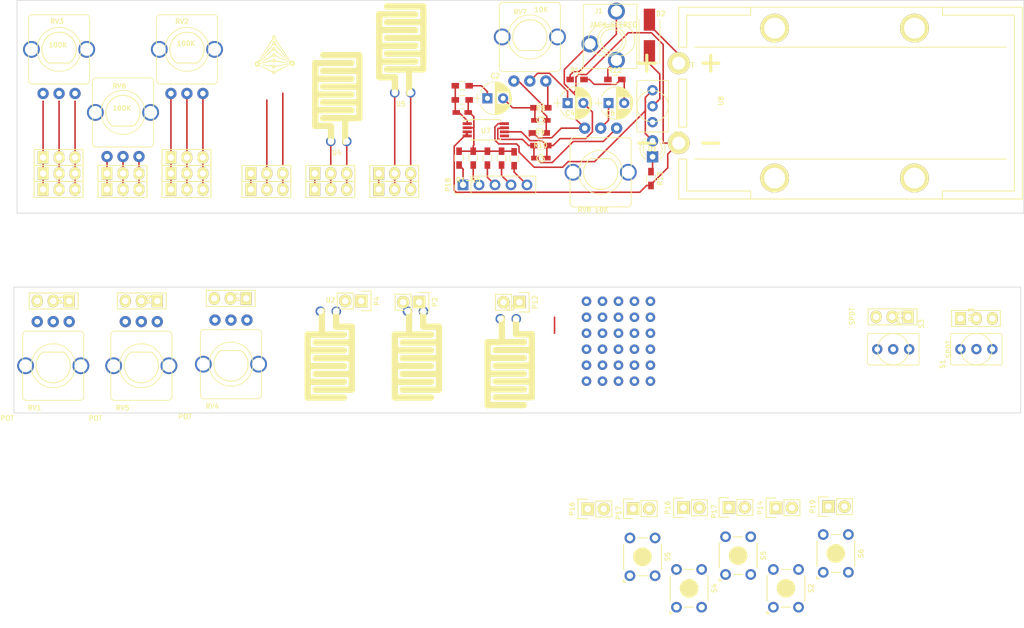
<source format=kicad_pcb>
(kicad_pcb (version 4) (host pcbnew 4.0.4-stable)
  (layers (0 F.Cu signal) (31 B.Cu signal) (34 B.Paste user) (35 F.Paste user) (36 B.SilkS user) (37 F.SilkS user) (38 B.Mask user) (39 F.Mask user) (44 Edge.Cuts user))
  (net 0 "")
  (net 1 "Net-(C1-Pad1)")
  (net 2 "Net-(C1-Pad2)")
  (net 3 "Net-(C3-Pad1)")
  (net 4 "Net-(C2-Pad-)")
  (net 5 "Net-(C5-Pad1)")
  (net 6 "Net-(C4-Pad-)")
  (net 7 "Net-(D1-Pad1)")
  (net 8 VCC)
  (net 9 "Net-(D2-Pad2)")
  (net 10 "Net-(D2-Pad1)")
  (net 11 GND)
  (net 12 MIXOUTA)
  (net 13 MIXOUTB)
  (net 14 "Net-(P1-Pad1)")
  (net 15 "Net-(P1-Pad2)")
  (net 16 "Net-(P1-Pad3)")
  (net 17 "Net-(P2-Pad1)")
  (net 18 "Net-(P2-Pad2)")
  (net 19 "Net-(P3-Pad1)")
  (net 20 "Net-(P3-Pad2)")
  (net 21 "Net-(P3-Pad3)")
  (net 22 "Net-(P4-Pad1)")
  (net 23 "Net-(P4-Pad2)")
  (net 24 "Net-(P5-Pad1)")
  (net 25 "Net-(P5-Pad2)")
  (net 26 "Net-(P5-Pad3)")
  (net 27 "Net-(P6-Pad2)")
  (net 28 "Net-(P7-Pad1)")
  (net 29 "Net-(P7-Pad2)")
  (net 30 "Net-(P7-Pad3)")
  (net 31 "Net-(P8-Pad1)")
  (net 32 "Net-(P8-Pad2)")
  (net 33 "Net-(P9-Pad1)")
  (net 34 "Net-(P9-Pad2)")
  (net 35 "Net-(P9-Pad3)")
  (net 36 "Net-(P10-Pad1)")
  (net 37 "Net-(P10-Pad2)")
  (net 38 "Net-(P11-Pad1)")
  (net 39 "Net-(P11-Pad2)")
  (net 40 "Net-(P11-Pad3)")
  (net 41 "Net-(P12-Pad1)")
  (net 42 "Net-(P12-Pad2)")
  (net 43 "Net-(P13-Pad1)")
  (net 44 "Net-(P13-Pad2)")
  (net 45 "Net-(P13-Pad3)")
  (net 46 "Net-(P14-Pad1)")
  (net 47 "Net-(P14-Pad2)")
  (net 48 "Net-(P15-Pad1)")
  (net 49 "Net-(P15-Pad2)")
  (net 50 "Net-(P15-Pad3)")
  (net 51 "Net-(P16-Pad1)")
  (net 52 "Net-(P16-Pad2)")
  (net 53 "Net-(P17-Pad1)")
  (net 54 "Net-(P17-Pad2)")
  (net 55 MIX5)
  (net 56 MIX4)
  (net 57 MIX3)
  (net 58 MIX2)
  (net 59 MIX1)
  (net 60 "Net-(P19-Pad1)")
  (net 61 "Net-(P19-Pad2)")
  (net 62 "Net-(C2-Pad+)")
  (net 63 "Net-(R8-Pad1)")
  (net 64 "Net-(C6-Pad-)")
  (net 65 "Net-(C4-Pad+)")
  (net 66 "Net-(C6-Pad+)")
  (net 67 "Net-(S7-Pad1)")
  (module 4ms-footprints:Pin_Header_Straight_1x03 (layer F.Cu) (at 157.48 106.68 90)
    (fp_text reference P11 hide)
    (fp_text value CONN_01X03 hide)
    (pad 1 thru_hole rect (at 0 0 90) (size 2.032 1.7272) (drill 1.016) (layers *.Cu *.Mask F.SilkS) (net 38 "Net-(P11-Pad1)"))
    (pad 2 thru_hole oval (at 0 2.54 90) (size 2.032 1.7272) (drill 1.016) (layers *.Cu *.Mask F.SilkS) (net 39 "Net-(P11-Pad2)"))
    (pad 3 thru_hole oval (at 0 5.08 90) (size 2.032 1.7272) (drill 1.016) (layers *.Cu *.Mask F.SilkS) (net 40 "Net-(P11-Pad3)"))
  )
  (module 4ms-footprints:Pin_Header_Straight_1x03 (layer F.Cu) (at 157.48 109.22 90)
    (fp_text reference P11 hide)
    (fp_text value CONN_01X03 hide)
    (pad 1 thru_hole rect (at 0 0 90) (size 2.032 1.7272) (drill 1.016) (layers *.Cu *.Mask F.SilkS) (net 38 "Net-(P11-Pad1)"))
    (pad 2 thru_hole oval (at 0 2.54 90) (size 2.032 1.7272) (drill 1.016) (layers *.Cu *.Mask F.SilkS) (net 39 "Net-(P11-Pad2)"))
    (pad 3 thru_hole oval (at 0 5.08 90) (size 2.032 1.7272) (drill 1.016) (layers *.Cu *.Mask F.SilkS) (net 40 "Net-(P11-Pad3)"))
  )
  (module 4ms-footprints:Pin_Header_Straight_1x03 (layer F.Cu) (at 147.32 106.68 90)
    (fp_text reference P11 hide)
    (fp_text value CONN_01X03 hide)
    (pad 1 thru_hole rect (at 0 0 90) (size 2.032 1.7272) (drill 1.016) (layers *.Cu *.Mask F.SilkS) (net 38 "Net-(P11-Pad1)"))
    (pad 2 thru_hole oval (at 0 2.54 90) (size 2.032 1.7272) (drill 1.016) (layers *.Cu *.Mask F.SilkS) (net 39 "Net-(P11-Pad2)"))
    (pad 3 thru_hole oval (at 0 5.08 90) (size 2.032 1.7272) (drill 1.016) (layers *.Cu *.Mask F.SilkS) (net 40 "Net-(P11-Pad3)"))
  )
  (module 4ms-footprints:Pin_Header_Straight_1x03 (layer F.Cu) (at 147.32 109.22 90)
    (fp_text reference P11 hide)
    (fp_text value CONN_01X03 hide)
    (pad 1 thru_hole rect (at 0 0 90) (size 2.032 1.7272) (drill 1.016) (layers *.Cu *.Mask F.SilkS) (net 38 "Net-(P11-Pad1)"))
    (pad 2 thru_hole oval (at 0 2.54 90) (size 2.032 1.7272) (drill 1.016) (layers *.Cu *.Mask F.SilkS) (net 39 "Net-(P11-Pad2)"))
    (pad 3 thru_hole oval (at 0 5.08 90) (size 2.032 1.7272) (drill 1.016) (layers *.Cu *.Mask F.SilkS) (net 40 "Net-(P11-Pad3)"))
  )
  (module 4ms-footprints:Pin_Header_Straight_1x03 (layer F.Cu) (at 137.16 109.22 90)
    (fp_text reference P11 hide)
    (fp_text value CONN_01X03 hide)
    (pad 1 thru_hole rect (at 0 0 90) (size 2.032 1.7272) (drill 1.016) (layers *.Cu *.Mask F.SilkS) (net 38 "Net-(P11-Pad1)"))
    (pad 2 thru_hole oval (at 0 2.54 90) (size 2.032 1.7272) (drill 1.016) (layers *.Cu *.Mask F.SilkS) (net 39 "Net-(P11-Pad2)"))
    (pad 3 thru_hole oval (at 0 5.08 90) (size 2.032 1.7272) (drill 1.016) (layers *.Cu *.Mask F.SilkS) (net 40 "Net-(P11-Pad3)"))
  )
  (module 4ms-footprints:Pin_Header_Straight_1x03 (layer F.Cu) (at 137.16 106.68 90)
    (fp_text reference P11 hide)
    (fp_text value CONN_01X03 hide)
    (pad 1 thru_hole rect (at 0 0 90) (size 2.032 1.7272) (drill 1.016) (layers *.Cu *.Mask F.SilkS) (net 38 "Net-(P11-Pad1)"))
    (pad 2 thru_hole oval (at 0 2.54 90) (size 2.032 1.7272) (drill 1.016) (layers *.Cu *.Mask F.SilkS) (net 39 "Net-(P11-Pad2)"))
    (pad 3 thru_hole oval (at 0 5.08 90) (size 2.032 1.7272) (drill 1.016) (layers *.Cu *.Mask F.SilkS) (net 40 "Net-(P11-Pad3)"))
  )
  (module 4ms-footprints:Pin_Header_Straight_1x03 (layer F.Cu) (at 104.14 106.68 90)
    (fp_text reference P3 hide)
    (fp_text value CONN_01X03 hide)
    (pad 1 thru_hole rect (at 0 0 90) (size 2.032 1.7272) (drill 1.016) (layers *.Cu *.Mask F.SilkS) (net 19 "Net-(P3-Pad1)"))
    (pad 2 thru_hole oval (at 0 2.54 90) (size 2.032 1.7272) (drill 1.016) (layers *.Cu *.Mask F.SilkS) (net 20 "Net-(P3-Pad2)"))
    (pad 3 thru_hole oval (at 0 5.08 90) (size 2.032 1.7272) (drill 1.016) (layers *.Cu *.Mask F.SilkS) (net 21 "Net-(P3-Pad3)"))
  )
  (module 4ms-footprints:Pin_Header_Straight_1x03 (layer F.Cu) (at 104.14 104.14 90)
    (fp_text reference P3 hide)
    (fp_text value CONN_01X03 hide)
    (pad 1 thru_hole rect (at 0 0 90) (size 2.032 1.7272) (drill 1.016) (layers *.Cu *.Mask F.SilkS) (net 19 "Net-(P3-Pad1)"))
    (pad 2 thru_hole oval (at 0 2.54 90) (size 2.032 1.7272) (drill 1.016) (layers *.Cu *.Mask F.SilkS) (net 20 "Net-(P3-Pad2)"))
    (pad 3 thru_hole oval (at 0 5.08 90) (size 2.032 1.7272) (drill 1.016) (layers *.Cu *.Mask F.SilkS) (net 21 "Net-(P3-Pad3)"))
  )
  (module 4ms-footprints:Pin_Header_Straight_1x03 (layer F.Cu) (at 104.14 109.22 90)
    (fp_text reference P3 hide)
    (fp_text value CONN_01X03 hide)
    (pad 1 thru_hole rect (at 0 0 90) (size 2.032 1.7272) (drill 1.016) (layers *.Cu *.Mask F.SilkS) (net 19 "Net-(P3-Pad1)"))
    (pad 2 thru_hole oval (at 0 2.54 90) (size 2.032 1.7272) (drill 1.016) (layers *.Cu *.Mask F.SilkS) (net 20 "Net-(P3-Pad2)"))
    (pad 3 thru_hole oval (at 0 5.08 90) (size 2.032 1.7272) (drill 1.016) (layers *.Cu *.Mask F.SilkS) (net 21 "Net-(P3-Pad3)"))
  )
  (module 4ms-footprints:Pin_Header_Straight_1x03 (layer F.Cu) (at 124.46 104.14 90)
    (fp_text reference P3 hide)
    (fp_text value CONN_01X03 hide)
    (pad 1 thru_hole rect (at 0 0 90) (size 2.032 1.7272) (drill 1.016) (layers *.Cu *.Mask F.SilkS) (net 19 "Net-(P3-Pad1)"))
    (pad 2 thru_hole oval (at 0 2.54 90) (size 2.032 1.7272) (drill 1.016) (layers *.Cu *.Mask F.SilkS) (net 20 "Net-(P3-Pad2)"))
    (pad 3 thru_hole oval (at 0 5.08 90) (size 2.032 1.7272) (drill 1.016) (layers *.Cu *.Mask F.SilkS) (net 21 "Net-(P3-Pad3)"))
  )
  (module 4ms-footprints:Pin_Header_Straight_1x03 (layer F.Cu) (at 124.46 106.68 90)
    (fp_text reference P3 hide)
    (fp_text value CONN_01X03 hide)
    (pad 1 thru_hole rect (at 0 0 90) (size 2.032 1.7272) (drill 1.016) (layers *.Cu *.Mask F.SilkS) (net 19 "Net-(P3-Pad1)"))
    (pad 2 thru_hole oval (at 0 2.54 90) (size 2.032 1.7272) (drill 1.016) (layers *.Cu *.Mask F.SilkS) (net 20 "Net-(P3-Pad2)"))
    (pad 3 thru_hole oval (at 0 5.08 90) (size 2.032 1.7272) (drill 1.016) (layers *.Cu *.Mask F.SilkS) (net 21 "Net-(P3-Pad3)"))
  )
  (module 4ms-footprints:Pin_Header_Straight_1x03 (layer F.Cu) (at 124.46 109.22 90)
    (fp_text reference P3 hide)
    (fp_text value CONN_01X03 hide)
    (pad 1 thru_hole rect (at 0 0 90) (size 2.032 1.7272) (drill 1.016) (layers *.Cu *.Mask F.SilkS) (net 19 "Net-(P3-Pad1)"))
    (pad 2 thru_hole oval (at 0 2.54 90) (size 2.032 1.7272) (drill 1.016) (layers *.Cu *.Mask F.SilkS) (net 20 "Net-(P3-Pad2)"))
    (pad 3 thru_hole oval (at 0 5.08 90) (size 2.032 1.7272) (drill 1.016) (layers *.Cu *.Mask F.SilkS) (net 21 "Net-(P3-Pad3)"))
  )
  (module 4ms-footprints:Pin_Header_Straight_1x03 (layer F.Cu) (at 114.3 109.22 90)
    (fp_text reference P11 hide)
    (fp_text value CONN_01X03 hide)
    (pad 1 thru_hole rect (at 0 0 90) (size 2.032 1.7272) (drill 1.016) (layers *.Cu *.Mask F.SilkS) (net 38 "Net-(P11-Pad1)"))
    (pad 2 thru_hole oval (at 0 2.54 90) (size 2.032 1.7272) (drill 1.016) (layers *.Cu *.Mask F.SilkS) (net 39 "Net-(P11-Pad2)"))
    (pad 3 thru_hole oval (at 0 5.08 90) (size 2.032 1.7272) (drill 1.016) (layers *.Cu *.Mask F.SilkS) (net 40 "Net-(P11-Pad3)"))
  )
  (module EtherkitKicadLibrary:Pin_Header_Straight_1x02 (layer F.Cu) (at 190.69998 160.00962 90)
    (fp_text reference P16 (at 0 -2.5 90) (layer F.SilkS) (effects (font (size 0.762 0.762))))
    (fp_text value CONN_01X02 hide)
    (pad 1 thru_hole rect (at 0 0 90) (size 2 2) (drill 1) (layers *.Cu *.Mask F.SilkS) (net 51 "Net-(P16-Pad1)"))
    (pad 2 thru_hole circle (at 0 2.54 90) (size 2 2) (drill 1) (layers *.Cu *.Mask F.SilkS) (net 52 "Net-(P16-Pad2)"))
  )
  (module EtherkitKicadLibrary:Pin_Header_Straight_1x02 (layer F.Cu) (at 197.92404 159.9639 90)
    (fp_text reference P17 (at -0.6561 -2.32404 90) (layer F.SilkS) (effects (font (size 0.762 0.762))))
    (fp_text value CONN_01X02 hide)
    (pad 1 thru_hole rect (at 0 0 90) (size 2 2) (drill 1) (layers *.Cu *.Mask F.SilkS) (net 53 "Net-(P17-Pad1)"))
    (pad 2 thru_hole circle (at 0 2.54 90) (size 2 2) (drill 1) (layers *.Cu *.Mask F.SilkS) (net 54 "Net-(P17-Pad2)"))
  )
  (module Buttons_Switches_ThroughHole:SW_TH_Tactile_Omron_B3F-10xx (layer F.Cu) (at 197.4 170.62 90)
    (fp_text reference S5 (at 3 6 90) (layer F.SilkS) (effects (font (size 0.762 0.762))))
    (fp_text value PUSHBUTTON_TACTILE)
    (pad 4 thru_hole circle (at 6 4 90) (size 1.7 1.7) (drill 1) (layers *.Cu *.Mask) (net 54 "Net-(P17-Pad2)"))
    (pad 3 thru_hole circle (at 0 4 90) (size 1.7 1.7) (drill 1) (layers *.Cu *.Mask) (net 54 "Net-(P17-Pad2)"))
    (pad 2 thru_hole circle (at 6 0 90) (size 1.7 1.7) (drill 1) (layers *.Cu *.Mask) (net 53 "Net-(P17-Pad1)"))
    (pad 1 thru_hole circle (at 0 0 90) (size 1.7 1.7) (drill 1) (layers *.Cu *.Mask) (net 53 "Net-(P17-Pad1)"))
  )
  (module LEDs:LED_D3.0mm (layer F.Cu) (at 201 104.04 90)
    (fp_text reference D1 (at 1.27 0 180) (layer F.SilkS) (effects (font (size 0.762 0.762))))
    (fp_text value LED)
    (pad 1 thru_hole rect (at 0 0 90) (size 1.8 1.8) (drill 0.9) (layers *.Cu *.Mask) (net 7 "Net-(D1-Pad1)"))
    (pad 2 thru_hole circle (at 2.54 0 90) (size 1.8 1.8) (drill 0.9) (layers *.Cu *.Mask) (net 8 VCC))
  )
  (module "malekko main:J355W" (layer F.Cu) (at 194.5 85.5)
    (fp_text reference J1 (at -2.8 -4.2) (layer F.SilkS) (effects (font (size 0.762 0.762)) (justify left bottom)))
    (fp_text value JACK_STEREO (at -3.6 -2) (layer F.SilkS) (effects (font (size 0.762 0.762)) (justify left bottom)))
    (pad 1 thru_hole circle (at -3.45 0.6 180) (size 2.7 2.7) (drill 1.8) (layers *.Cu *.Mask) (net 11 GND))
    (pad 2 thru_hole circle (at 0.75 -4.6 180) (size 2.7 2.7) (drill 1.8) (layers *.Cu *.Mask) (net 12 MIXOUTA))
    (pad 3 thru_hole circle (at 0.75 3.2 180) (size 2.7 2.7) (drill 1.8) (layers *.Cu *.Mask) (net 13 MIXOUTB))
  )
  (module 4ms-footprints:Pin_Header_Straight_1x03 (layer F.Cu) (at 108.29 126.95 270)
    (fp_text reference P1 (at -0.2286 1.2446 270) (layer F.SilkS) (effects (font (size 0.762 0.762))))
    (fp_text value CONN_01X03)
    (pad 1 thru_hole rect (at 0 0 270) (size 2.032 1.7272) (drill 1.016) (layers *.Cu *.Mask F.SilkS) (net 14 "Net-(P1-Pad1)"))
    (pad 2 thru_hole oval (at 0 2.54 270) (size 2.032 1.7272) (drill 1.016) (layers *.Cu *.Mask F.SilkS) (net 15 "Net-(P1-Pad2)"))
    (pad 3 thru_hole oval (at 0 5.08 270) (size 2.032 1.7272) (drill 1.016) (layers *.Cu *.Mask F.SilkS) (net 16 "Net-(P1-Pad3)"))
  )
  (module EtherkitKicadLibrary:Pin_Header_Straight_1x02 (layer F.Cu) (at 163.9 127.15 270)
    (fp_text reference P2 (at 0 -2.5 270) (layer F.SilkS) (effects (font (size 0.762 0.762))))
    (fp_text value CONN_01X02 hide)
    (pad 1 thru_hole rect (at 0 0 270) (size 2 2) (drill 1) (layers *.Cu *.Mask F.SilkS) (net 17 "Net-(P2-Pad1)"))
    (pad 2 thru_hole circle (at 0 2.54 270) (size 2 2) (drill 1) (layers *.Cu *.Mask F.SilkS) (net 18 "Net-(P2-Pad2)"))
  )
  (module EtherkitKicadLibrary:Pin_Header_Straight_1x02 (layer F.Cu) (at 154.7 126.95 270)
    (fp_text reference P4 (at 0 -2.5 270) (layer F.SilkS) (effects (font (size 0.762 0.762))))
    (fp_text value CONN_01X02 hide)
    (pad 1 thru_hole rect (at 0 0 270) (size 2 2) (drill 1) (layers *.Cu *.Mask F.SilkS) (net 22 "Net-(P4-Pad1)"))
    (pad 2 thru_hole circle (at 0 2.54 270) (size 2 2) (drill 1) (layers *.Cu *.Mask F.SilkS) (net 23 "Net-(P4-Pad2)"))
  )
  (module 4ms-footprints:Pin_Header_Straight_1x03 (layer F.Cu) (at 136.43 126.55 270)
    (fp_text reference P7 (at -0.2286 1.2446 270) (layer F.SilkS) (effects (font (size 0.762 0.762))))
    (fp_text value CONN_01X03)
    (pad 1 thru_hole rect (at 0 0 270) (size 2.032 1.7272) (drill 1.016) (layers *.Cu *.Mask F.SilkS) (net 28 "Net-(P7-Pad1)"))
    (pad 2 thru_hole oval (at 0 2.54 270) (size 2.032 1.7272) (drill 1.016) (layers *.Cu *.Mask F.SilkS) (net 29 "Net-(P7-Pad2)"))
    (pad 3 thru_hole oval (at 0 5.08 270) (size 2.032 1.7272) (drill 1.016) (layers *.Cu *.Mask F.SilkS) (net 30 "Net-(P7-Pad3)"))
  )
  (module 4ms-footprints:Pin_Header_Straight_1x03 (layer F.Cu) (at 122.29 126.95 270)
    (fp_text reference P9 (at -0.2286 1.2446 270) (layer F.SilkS) (effects (font (size 0.762 0.762))))
    (fp_text value CONN_01X03)
    (pad 1 thru_hole rect (at 0 0 270) (size 2.032 1.7272) (drill 1.016) (layers *.Cu *.Mask F.SilkS) (net 33 "Net-(P9-Pad1)"))
    (pad 2 thru_hole oval (at 0 2.54 270) (size 2.032 1.7272) (drill 1.016) (layers *.Cu *.Mask F.SilkS) (net 34 "Net-(P9-Pad2)"))
    (pad 3 thru_hole oval (at 0 5.08 270) (size 2.032 1.7272) (drill 1.016) (layers *.Cu *.Mask F.SilkS) (net 35 "Net-(P9-Pad3)"))
  )
  (module 4ms-footprints:Pin_Header_Straight_1x03 (layer F.Cu) (at 114.3 106.68 90)
    (fp_text reference P11 hide)
    (fp_text value CONN_01X03 hide)
    (pad 1 thru_hole rect (at 0 0 90) (size 2.032 1.7272) (drill 1.016) (layers *.Cu *.Mask F.SilkS) (net 38 "Net-(P11-Pad1)"))
    (pad 2 thru_hole oval (at 0 2.54 90) (size 2.032 1.7272) (drill 1.016) (layers *.Cu *.Mask F.SilkS) (net 39 "Net-(P11-Pad2)"))
    (pad 3 thru_hole oval (at 0 5.08 90) (size 2.032 1.7272) (drill 1.016) (layers *.Cu *.Mask F.SilkS) (net 40 "Net-(P11-Pad3)"))
  )
  (module EtherkitKicadLibrary:Pin_Header_Straight_1x02 (layer F.Cu) (at 179.84 127.15 270)
    (fp_text reference P12 (at 0 -2.5 270) (layer F.SilkS) (effects (font (size 0.762 0.762))))
    (fp_text value CONN_01X02 hide)
    (pad 1 thru_hole rect (at 0 0 270) (size 2 2) (drill 1) (layers *.Cu *.Mask F.SilkS) (net 41 "Net-(P12-Pad1)"))
    (pad 2 thru_hole circle (at 0 2.54 270) (size 2 2) (drill 1) (layers *.Cu *.Mask F.SilkS) (net 42 "Net-(P12-Pad2)"))
  )
  (module 4ms-footprints:Pin_Header_Straight_1x03 (layer F.Cu) (at 249.92782 129.73216 90)
    (fp_text reference P13 (at 0.57912 1.73736 90) (layer F.SilkS) (effects (font (size 0.762 0.762))))
    (fp_text value CONN_01X03)
    (pad 1 thru_hole rect (at 0 0 90) (size 2.032 1.7272) (drill 1.016) (layers *.Cu *.Mask F.SilkS) (net 43 "Net-(P13-Pad1)"))
    (pad 2 thru_hole oval (at 0 2.54 90) (size 2.032 1.7272) (drill 1.016) (layers *.Cu *.Mask F.SilkS) (net 44 "Net-(P13-Pad2)"))
    (pad 3 thru_hole oval (at 0 5.08 90) (size 2.032 1.7272) (drill 1.016) (layers *.Cu *.Mask F.SilkS) (net 45 "Net-(P13-Pad3)"))
  )
  (module EtherkitKicadLibrary:Pin_Header_Straight_1x02 (layer F.Cu) (at 220.6 159.82 90)
    (fp_text reference P14 (at 0 -2.5 90) (layer F.SilkS) (effects (font (size 0.762 0.762))))
    (fp_text value CONN_01X02 hide)
    (pad 1 thru_hole rect (at 0 0 90) (size 2 2) (drill 1) (layers *.Cu *.Mask F.SilkS) (net 46 "Net-(P14-Pad1)"))
    (pad 2 thru_hole circle (at 0 2.54 90) (size 2 2) (drill 1) (layers *.Cu *.Mask F.SilkS) (net 47 "Net-(P14-Pad2)"))
  )
  (module 4ms-footprints:Pin_Header_Straight_1x03 (layer F.Cu) (at 241.61638 129.47496 270)
    (fp_text reference P15 (at 0.16002 1.3589 270) (layer F.SilkS) (effects (font (size 0.762 0.762))))
    (fp_text value CONN_01X03)
    (pad 1 thru_hole rect (at 0 0 270) (size 2.032 1.7272) (drill 1.016) (layers *.Cu *.Mask F.SilkS) (net 48 "Net-(P15-Pad1)"))
    (pad 2 thru_hole oval (at 0 2.54 270) (size 2.032 1.7272) (drill 1.016) (layers *.Cu *.Mask F.SilkS) (net 49 "Net-(P15-Pad2)"))
    (pad 3 thru_hole oval (at 0 5.08 270) (size 2.032 1.7272) (drill 1.016) (layers *.Cu *.Mask F.SilkS) (net 50 "Net-(P15-Pad3)"))
  )
  (module EtherkitKicadLibrary:Pin_Header_Straight_1x02 (layer F.Cu) (at 205.89998 159.80962 90)
    (fp_text reference P16 (at 0 -2.5 90) (layer F.SilkS) (effects (font (size 0.762 0.762))))
    (fp_text value CONN_01X02 hide)
    (pad 1 thru_hole rect (at 0 0 90) (size 2 2) (drill 1) (layers *.Cu *.Mask F.SilkS) (net 51 "Net-(P16-Pad1)"))
    (pad 2 thru_hole circle (at 0 2.54 90) (size 2 2) (drill 1) (layers *.Cu *.Mask F.SilkS) (net 52 "Net-(P16-Pad2)"))
  )
  (module EtherkitKicadLibrary:Pin_Header_Straight_1x02 (layer F.Cu) (at 213.12404 159.7639 90)
    (fp_text reference P17 (at -0.6561 -2.32404 90) (layer F.SilkS) (effects (font (size 0.762 0.762))))
    (fp_text value CONN_01X02 hide)
    (pad 1 thru_hole rect (at 0 0 90) (size 2 2) (drill 1) (layers *.Cu *.Mask F.SilkS) (net 53 "Net-(P17-Pad1)"))
    (pad 2 thru_hole circle (at 0 2.54 90) (size 2 2) (drill 1) (layers *.Cu *.Mask F.SilkS) (net 54 "Net-(P17-Pad2)"))
  )
  (module Pin_Headers:Pin_Header_Straight_1x05_Pitch2.54mm (layer F.Cu) (at 170.88 108.5 90)
    (fp_text reference P18 (at 0 -2.39 90) (layer F.SilkS) (effects (font (size 0.762 0.762))))
    (fp_text value MIX_IN)
    (pad 1 thru_hole rect (at 0 0 90) (size 1.7 1.7) (drill 1) (layers *.Cu *.Mask) (net 55 MIX5))
    (pad 2 thru_hole oval (at 0 2.54 90) (size 1.7 1.7) (drill 1) (layers *.Cu *.Mask) (net 56 MIX4))
    (pad 3 thru_hole oval (at 0 5.08 90) (size 1.7 1.7) (drill 1) (layers *.Cu *.Mask) (net 57 MIX3))
    (pad 4 thru_hole oval (at 0 7.62 90) (size 1.7 1.7) (drill 1) (layers *.Cu *.Mask) (net 58 MIX2))
    (pad 5 thru_hole oval (at 0 10.16 90) (size 1.7 1.7) (drill 1) (layers *.Cu *.Mask) (net 59 MIX1))
  )
  (module EtherkitKicadLibrary:Pin_Header_Straight_1x02 (layer F.Cu) (at 228.9552 159.63446 90)
    (fp_text reference P19 (at 0 -2.5 90) (layer F.SilkS) (effects (font (size 0.762 0.762))))
    (fp_text value CONN_01X02 hide)
    (pad 1 thru_hole rect (at 0 0 90) (size 2 2) (drill 1) (layers *.Cu *.Mask F.SilkS) (net 60 "Net-(P19-Pad1)"))
    (pad 2 thru_hole circle (at 0 2.54 90) (size 2 2) (drill 1) (layers *.Cu *.Mask F.SilkS) (net 61 "Net-(P19-Pad2)"))
  )
  (module 4ms-footprints:POT-9MM-ALPHA (layer F.Cu) (at 105.75 137.25)
    (fp_text reference RV1 (at -4.1402 7.1374) (layer F.SilkS) (effects (font (size 0.762 0.762)) (justify left bottom)))
    (fp_text value POT (at -8.4582 8.7884) (layer F.SilkS) (effects (font (size 0.762 0.762)) (justify left bottom)))
    (pad 3 thru_hole circle (at -2.540163 -7.012243 270) (size 1.8034 1.8034) (drill 0.889) (layers *.Cu *.Mask) (net 16 "Net-(P1-Pad3)"))
    (pad 2 thru_hole circle (at -0.000163 -7.012243 270) (size 1.8034 1.8034) (drill 0.889) (layers *.Cu *.Mask) (net 15 "Net-(P1-Pad2)"))
    (pad 1 thru_hole circle (at 2.539837 -7.012243 270) (size 1.8034 1.8034) (drill 0.889) (layers *.Cu *.Mask) (net 14 "Net-(P1-Pad1)"))
    (pad 4 thru_hole circle (at 4.394037 -0.001843) (size 2.667 2.667) (drill 2.0574) (layers *.Cu *.Mask))
    (pad 5 thru_hole circle (at -4.394363 -0.001843) (size 2.667 2.667) (drill 2.0574) (layers *.Cu *.Mask))
  )
  (module 4ms-footprints:POT-9MM-ALPHA (layer F.Cu) (at 126.999837 86.967757 180)
    (fp_text reference RV2 (at 1.959837 3.987757 180) (layer F.SilkS) (effects (font (size 0.762 0.762)) (justify left bottom)))
    (fp_text value 100K (at 1.709837 0.487757 180) (layer F.SilkS) (effects (font (size 0.762 0.762)) (justify left bottom)))
    (pad 3 thru_hole circle (at -2.540163 -7.012243 90) (size 1.8034 1.8034) (drill 0.889) (layers *.Cu *.Mask) (net 21 "Net-(P3-Pad3)"))
    (pad 2 thru_hole circle (at -0.000163 -7.012243 90) (size 1.8034 1.8034) (drill 0.889) (layers *.Cu *.Mask) (net 20 "Net-(P3-Pad2)"))
    (pad 1 thru_hole circle (at 2.539837 -7.012243 90) (size 1.8034 1.8034) (drill 0.889) (layers *.Cu *.Mask) (net 19 "Net-(P3-Pad1)"))
    (pad 4 thru_hole circle (at 4.394037 -0.001843 180) (size 2.667 2.667) (drill 2.0574) (layers *.Cu *.Mask))
    (pad 5 thru_hole circle (at -4.394363 -0.001843 180) (size 2.667 2.667) (drill 2.0574) (layers *.Cu *.Mask))
  )
  (module 4ms-footprints:POT-9MM-ALPHA (layer F.Cu) (at 106.679837 86.967757 180)
    (fp_text reference RV3 (at 1.5 4 180) (layer F.SilkS) (effects (font (size 0.762 0.762)) (justify left bottom)))
    (fp_text value 100K (at 1.75 0.25 180) (layer F.SilkS) (effects (font (size 0.762 0.762)) (justify left bottom)))
    (pad 3 thru_hole circle (at -2.540163 -7.012243 90) (size 1.8034 1.8034) (drill 0.889) (layers *.Cu *.Mask) (net 26 "Net-(P5-Pad3)"))
    (pad 2 thru_hole circle (at -0.000163 -7.012243 90) (size 1.8034 1.8034) (drill 0.889) (layers *.Cu *.Mask) (net 25 "Net-(P5-Pad2)"))
    (pad 1 thru_hole circle (at 2.539837 -7.012243 90) (size 1.8034 1.8034) (drill 0.889) (layers *.Cu *.Mask) (net 24 "Net-(P5-Pad1)"))
    (pad 4 thru_hole circle (at 4.394037 -0.001843 180) (size 2.667 2.667) (drill 2.0574) (layers *.Cu *.Mask))
    (pad 5 thru_hole circle (at -4.394363 -0.001843 180) (size 2.667 2.667) (drill 2.0574) (layers *.Cu *.Mask))
  )
  (module 4ms-footprints:POT-9MM-ALPHA (layer F.Cu) (at 134 137)
    (fp_text reference RV4 (at -4.1402 7.1374) (layer F.SilkS) (effects (font (size 0.762 0.762)) (justify left bottom)))
    (fp_text value POT (at -8.4582 8.7884) (layer F.SilkS) (effects (font (size 0.762 0.762)) (justify left bottom)))
    (pad 3 thru_hole circle (at -2.540163 -7.012243 270) (size 1.8034 1.8034) (drill 0.889) (layers *.Cu *.Mask) (net 30 "Net-(P7-Pad3)"))
    (pad 2 thru_hole circle (at -0.000163 -7.012243 270) (size 1.8034 1.8034) (drill 0.889) (layers *.Cu *.Mask) (net 29 "Net-(P7-Pad2)"))
    (pad 1 thru_hole circle (at 2.539837 -7.012243 270) (size 1.8034 1.8034) (drill 0.889) (layers *.Cu *.Mask) (net 28 "Net-(P7-Pad1)"))
    (pad 4 thru_hole circle (at 4.394037 -0.001843) (size 2.667 2.667) (drill 2.0574) (layers *.Cu *.Mask))
    (pad 5 thru_hole circle (at -4.394363 -0.001843) (size 2.667 2.667) (drill 2.0574) (layers *.Cu *.Mask))
  )
  (module 4ms-footprints:POT-9MM-ALPHA (layer F.Cu) (at 119.75 137.25)
    (fp_text reference RV5 (at -4.1402 7.1374) (layer F.SilkS) (effects (font (size 0.762 0.762)) (justify left bottom)))
    (fp_text value POT (at -8.4582 8.7884) (layer F.SilkS) (effects (font (size 0.762 0.762)) (justify left bottom)))
    (pad 3 thru_hole circle (at -2.540163 -7.012243 270) (size 1.8034 1.8034) (drill 0.889) (layers *.Cu *.Mask) (net 35 "Net-(P9-Pad3)"))
    (pad 2 thru_hole circle (at -0.000163 -7.012243 270) (size 1.8034 1.8034) (drill 0.889) (layers *.Cu *.Mask) (net 34 "Net-(P9-Pad2)"))
    (pad 1 thru_hole circle (at 2.539837 -7.012243 270) (size 1.8034 1.8034) (drill 0.889) (layers *.Cu *.Mask) (net 33 "Net-(P9-Pad1)"))
    (pad 4 thru_hole circle (at 4.394037 -0.001843) (size 2.667 2.667) (drill 2.0574) (layers *.Cu *.Mask))
    (pad 5 thru_hole circle (at -4.394363 -0.001843) (size 2.667 2.667) (drill 2.0574) (layers *.Cu *.Mask))
  )
  (module 4ms-footprints:POT-9MM-ALPHA (layer F.Cu) (at 116.839837 96.987757 180)
    (fp_text reference RV6 (at 1.75 3.737757 180) (layer F.SilkS) (effects (font (size 0.762 0.762)) (justify left bottom)))
    (fp_text value 100K (at 1.75 0.237757 180) (layer F.SilkS) (effects (font (size 0.762 0.762)) (justify left bottom)))
    (pad 3 thru_hole circle (at -2.540163 -7.012243 90) (size 1.8034 1.8034) (drill 0.889) (layers *.Cu *.Mask) (net 40 "Net-(P11-Pad3)"))
    (pad 2 thru_hole circle (at -0.000163 -7.012243 90) (size 1.8034 1.8034) (drill 0.889) (layers *.Cu *.Mask) (net 39 "Net-(P11-Pad2)"))
    (pad 1 thru_hole circle (at 2.539837 -7.012243 90) (size 1.8034 1.8034) (drill 0.889) (layers *.Cu *.Mask) (net 38 "Net-(P11-Pad1)"))
    (pad 4 thru_hole circle (at 4.394037 -0.001843 180) (size 2.667 2.667) (drill 2.0574) (layers *.Cu *.Mask))
    (pad 5 thru_hole circle (at -4.394363 -0.001843 180) (size 2.667 2.667) (drill 2.0574) (layers *.Cu *.Mask))
  )
  (module 4ms-footprints:POT-9MM-ALPHA (layer F.Cu) (at 181.5 84.987757 180)
    (fp_text reference RV7 (at 2.7 3.487757 180) (layer F.SilkS) (effects (font (size 0.762 0.762)) (justify left bottom)))
    (fp_text value 10K (at -0.6 3.887757 180) (layer F.SilkS) (effects (font (size 0.762 0.762)) (justify left bottom)))
    (pad 3 thru_hole circle (at -2.540163 -7.012243 90) (size 1.8034 1.8034) (drill 0.889) (layers *.Cu *.Mask) (net 63 "Net-(R8-Pad1)"))
    (pad 2 thru_hole circle (at -0.000163 -7.012243 90) (size 1.8034 1.8034) (drill 0.889) (layers *.Cu *.Mask) (net 65 "Net-(C4-Pad+)"))
    (pad 1 thru_hole circle (at 2.539837 -7.012243 90) (size 1.8034 1.8034) (drill 0.889) (layers *.Cu *.Mask) (net 3 "Net-(C3-Pad1)"))
    (pad 4 thru_hole circle (at 4.394037 -0.001843 180) (size 2.667 2.667) (drill 2.0574) (layers *.Cu *.Mask))
    (pad 5 thru_hole circle (at -4.394363 -0.001843 180) (size 2.667 2.667) (drill 2.0574) (layers *.Cu *.Mask))
  )
  (module 4ms-footprints:POT-9MM-ALPHA (layer F.Cu) (at 192.75 106.5)
    (fp_text reference RV8 (at -3.75 6.4) (layer F.SilkS) (effects (font (size 0.762 0.762)) (justify left bottom)))
    (fp_text value 10K (at -1.05 6.4) (layer F.SilkS) (effects (font (size 0.762 0.762)) (justify left bottom)))
    (pad 3 thru_hole circle (at -2.540163 -7.012243 270) (size 1.8034 1.8034) (drill 0.889) (layers *.Cu *.Mask) (net 11 GND))
    (pad 2 thru_hole circle (at -0.000163 -7.012243 270) (size 1.8034 1.8034) (drill 0.889) (layers *.Cu *.Mask) (net 66 "Net-(C6-Pad+)"))
    (pad 1 thru_hole circle (at 2.539837 -7.012243 270) (size 1.8034 1.8034) (drill 0.889) (layers *.Cu *.Mask) (net 5 "Net-(C5-Pad1)"))
    (pad 4 thru_hole circle (at 4.394037 -0.001843) (size 2.667 2.667) (drill 2.0574) (layers *.Cu *.Mask))
    (pad 5 thru_hole circle (at -4.394363 -0.001843) (size 2.667 2.667) (drill 2.0574) (layers *.Cu *.Mask))
  )
  (module 4ms-footprints:SPDT-SUB (layer F.Cu) (at 252.46782 134.60642 90)
    (fp_text reference S1 (at -3.21 -4.92 90) (layer F.SilkS) (effects (font (size 0.762 0.762)) (justify left bottom)))
    (fp_text value SPDT (at -1.54358 -3.96782 90) (layer F.SilkS) (effects (font (size 0.762 0.762)) (justify left bottom)))
    (pad 1 thru_hole circle (at 0 -2.54 90) (size 1.651 1.651) (drill 0.889) (layers *.Cu *.Mask) (net 43 "Net-(P13-Pad1)"))
    (pad 2 thru_hole circle (at 0 0 90) (size 1.651 1.651) (drill 0.889) (layers *.Cu *.Mask) (net 44 "Net-(P13-Pad2)"))
    (pad 3 thru_hole circle (at 0 2.54 90) (size 1.651 1.651) (drill 0.889) (layers *.Cu *.Mask) (net 45 "Net-(P13-Pad3)"))
  )
  (module Buttons_Switches_ThroughHole:SW_TH_Tactile_Omron_B3F-10xx (layer F.Cu) (at 220.2 175.62 90)
    (fp_text reference S2 (at 3 6 90) (layer F.SilkS) (effects (font (size 0.762 0.762))))
    (fp_text value PUSHBUTTON_TACTILE)
    (pad 4 thru_hole circle (at 6 4 90) (size 1.7 1.7) (drill 1) (layers *.Cu *.Mask) (net 47 "Net-(P14-Pad2)"))
    (pad 3 thru_hole circle (at 0 4 90) (size 1.7 1.7) (drill 1) (layers *.Cu *.Mask) (net 47 "Net-(P14-Pad2)"))
    (pad 2 thru_hole circle (at 6 0 90) (size 1.7 1.7) (drill 1) (layers *.Cu *.Mask) (net 46 "Net-(P14-Pad1)"))
    (pad 1 thru_hole circle (at 0 0 90) (size 1.7 1.7) (drill 1) (layers *.Cu *.Mask) (net 46 "Net-(P14-Pad1)"))
  )
  (module 4ms-footprints:SPDT-SUB (layer F.Cu) (at 239.24402 134.62608 270)
    (fp_text reference S3 (at -3.21 -4.92 270) (layer F.SilkS) (effects (font (size 0.762 0.762)) (justify left bottom)))
    (fp_text value SPDT (at -3.71 6.09 270) (layer F.SilkS) (effects (font (size 0.762 0.762)) (justify left bottom)))
    (pad 1 thru_hole circle (at 0 -2.54 270) (size 1.651 1.651) (drill 0.889) (layers *.Cu *.Mask) (net 48 "Net-(P15-Pad1)"))
    (pad 2 thru_hole circle (at 0 0 270) (size 1.651 1.651) (drill 0.889) (layers *.Cu *.Mask) (net 49 "Net-(P15-Pad2)"))
    (pad 3 thru_hole circle (at 0 2.54 270) (size 1.651 1.651) (drill 0.889) (layers *.Cu *.Mask) (net 50 "Net-(P15-Pad3)"))
  )
  (module Buttons_Switches_ThroughHole:SW_TH_Tactile_Omron_B3F-10xx (layer F.Cu) (at 204.8 175.62 90)
    (fp_text reference S4 (at 3 6 90) (layer F.SilkS) (effects (font (size 0.762 0.762))))
    (fp_text value PUSHBUTTON_TACTILE)
    (pad 4 thru_hole circle (at 6 4 90) (size 1.7 1.7) (drill 1) (layers *.Cu *.Mask) (net 52 "Net-(P16-Pad2)"))
    (pad 3 thru_hole circle (at 0 4 90) (size 1.7 1.7) (drill 1) (layers *.Cu *.Mask) (net 52 "Net-(P16-Pad2)"))
    (pad 2 thru_hole circle (at 6 0 90) (size 1.7 1.7) (drill 1) (layers *.Cu *.Mask) (net 51 "Net-(P16-Pad1)"))
    (pad 1 thru_hole circle (at 0 0 90) (size 1.7 1.7) (drill 1) (layers *.Cu *.Mask) (net 51 "Net-(P16-Pad1)"))
  )
  (module Buttons_Switches_ThroughHole:SW_TH_Tactile_Omron_B3F-10xx (layer F.Cu) (at 212.6 170.42 90)
    (fp_text reference S5 (at 3 6 90) (layer F.SilkS) (effects (font (size 0.762 0.762))))
    (fp_text value PUSHBUTTON_TACTILE)
    (pad 4 thru_hole circle (at 6 4 90) (size 1.7 1.7) (drill 1) (layers *.Cu *.Mask) (net 54 "Net-(P17-Pad2)"))
    (pad 3 thru_hole circle (at 0 4 90) (size 1.7 1.7) (drill 1) (layers *.Cu *.Mask) (net 54 "Net-(P17-Pad2)"))
    (pad 2 thru_hole circle (at 6 0 90) (size 1.7 1.7) (drill 1) (layers *.Cu *.Mask) (net 53 "Net-(P17-Pad1)"))
    (pad 1 thru_hole circle (at 0 0 90) (size 1.7 1.7) (drill 1) (layers *.Cu *.Mask) (net 53 "Net-(P17-Pad1)"))
  )
  (module Buttons_Switches_ThroughHole:SW_TH_Tactile_Omron_B3F-10xx (layer F.Cu) (at 228.12208 170.07132 90)
    (fp_text reference S6 (at 3 6 90) (layer F.SilkS) (effects (font (size 0.762 0.762))))
    (fp_text value PUSHBUTTON_TACTILE)
    (pad 4 thru_hole circle (at 6 4 90) (size 1.7 1.7) (drill 1) (layers *.Cu *.Mask) (net 61 "Net-(P19-Pad2)"))
    (pad 3 thru_hole circle (at 0 4 90) (size 1.7 1.7) (drill 1) (layers *.Cu *.Mask) (net 61 "Net-(P19-Pad2)"))
    (pad 2 thru_hole circle (at 6 0 90) (size 1.7 1.7) (drill 1) (layers *.Cu *.Mask) (net 60 "Net-(P19-Pad1)"))
    (pad 1 thru_hole circle (at 0 0 90) (size 1.7 1.7) (drill 1) (layers *.Cu *.Mask) (net 60 "Net-(P19-Pad1)"))
  )
  (module 4ms-footprints:SPDT-SUB (layer F.Cu) (at 201 96 180)
    (fp_text reference S7 (at -3.21 -4.92 180) (layer F.SilkS) (effects (font (size 0.762 0.762)) (justify left bottom)))
    (fp_text value SPDT (at -3.71 6.09 180) (layer F.SilkS) (effects (font (size 0.762 0.762)) (justify left bottom)))
    (pad 1 thru_hole circle (at 0 -2.54 180) (size 1.651 1.651) (drill 0.889) (layers *.Cu *.Mask) (net 67 "Net-(S7-Pad1)"))
    (pad 2 thru_hole circle (at 0 0 180) (size 1.651 1.651) (drill 0.889) (layers *.Cu *.Mask) (net 10 "Net-(D2-Pad1)"))
    (pad 3 thru_hole circle (at 0 2.54 180) (size 1.651 1.651) (drill 0.889) (layers *.Cu *.Mask) (net 8 VCC))
  )
  (module "DRCs parts:Capacitor_TH_Electrolytic" (layer F.Cu) (at 194 95.5)
    (fp_text reference C6 (at 0.3 1.6) (layer F.SilkS) (effects (font (size 0.762 0.762))))
    (fp_text value 10uF)
    (pad + thru_hole rect (at 0 0) (size 1.6 1.6) (drill 0.8) (layers *.Cu *.Mask) (net 66 "Net-(C6-Pad+)"))
    (pad - thru_hole circle (at 2.5 0) (size 1.6 1.6) (drill 0.8) (layers *.Cu *.Mask) (net 64 "Net-(C6-Pad-)"))
  )
  (module "DRCs parts:Capacitor_TH_Electrolytic" (layer F.Cu) (at 187.5 95.5)
    (fp_text reference C4 (at 0.4 1.6) (layer F.SilkS) (effects (font (size 0.762 0.762))))
    (fp_text value 1uF)
    (pad + thru_hole rect (at 0 0) (size 1.6 1.6) (drill 0.8) (layers *.Cu *.Mask) (net 65 "Net-(C4-Pad+)"))
    (pad - thru_hole circle (at 2.5 0) (size 1.6 1.6) (drill 0.8) (layers *.Cu *.Mask) (net 6 "Net-(C4-Pad-)"))
  )
  (module "DRCs parts:Capacitor_TH_Electrolytic" (layer F.Cu) (at 174.75 94.75)
    (fp_text reference C2 (at 1.25 -3.56) (layer F.SilkS) (effects (font (size 0.762 0.762))))
    (fp_text value 1uF)
    (pad + thru_hole rect (at 0 0) (size 1.6 1.6) (drill 0.8) (layers *.Cu *.Mask) (net 62 "Net-(C2-Pad+)"))
    (pad - thru_hole circle (at 2.5 0) (size 1.6 1.6) (drill 0.8) (layers *.Cu *.Mask) (net 4 "Net-(C2-Pad-)"))
  )
  (module Resistors_SMD:R_0603_HandSoldering (layer F.Cu) (at 200.75 107.5 270)
    (fp_text reference R13 (at 0 -1.45 270) (layer F.SilkS) (effects (font (size 0.762 0.762))))
    (fp_text value 1K)
    (pad 1 smd rect (at -1.1 0 270) (size 1.2 0.9) (layers F.Cu F.Paste F.Mask) (net 7 "Net-(D1-Pad1)"))
    (pad 2 smd rect (at 1.1 0 270) (size 1.2 0.9) (layers F.Cu F.Paste F.Mask) (net 11 GND))
  )
  (module Resistors_SMD:R_0603_HandSoldering (layer F.Cu) (at 195 91.75)
    (fp_text reference R12 (at 0 -1.45) (layer F.SilkS) (effects (font (size 0.762 0.762))))
    (fp_text value 100k)
    (pad 1 smd rect (at -1.1 0) (size 1.2 0.9) (layers F.Cu F.Paste F.Mask) (net 13 MIXOUTB))
    (pad 2 smd rect (at 1.1 0) (size 1.2 0.9) (layers F.Cu F.Paste F.Mask) (net 64 "Net-(C6-Pad-)"))
  )
  (module Resistors_SMD:R_0603_HandSoldering (layer F.Cu) (at 189 91.75)
    (fp_text reference R11 (at 0 -1.45) (layer F.SilkS) (effects (font (size 0.762 0.762))))
    (fp_text value 100k)
    (pad 1 smd rect (at -1.1 0) (size 1.2 0.9) (layers F.Cu F.Paste F.Mask) (net 12 MIXOUTA))
    (pad 2 smd rect (at 1.1 0) (size 1.2 0.9) (layers F.Cu F.Paste F.Mask) (net 64 "Net-(C6-Pad-)"))
  )
  (module Resistors_SMD:R_0603_HandSoldering (layer F.Cu) (at 183.25 102.25)
    (fp_text reference R10 (at -0.05 -0.05) (layer F.SilkS) (effects (font (size 0.762 0.762))))
    (fp_text value 10k)
    (pad 1 smd rect (at -1.1 0) (size 1.2 0.9) (layers F.Cu F.Paste F.Mask) (net 5 "Net-(C5-Pad1)"))
    (pad 2 smd rect (at 1.1 0) (size 1.2 0.9) (layers F.Cu F.Paste F.Mask) (net 6 "Net-(C4-Pad-)"))
  )
  (module Resistors_SMD:R_0603_HandSoldering (layer F.Cu) (at 183 100.25 180)
    (fp_text reference R9 (at -0.1 0.05 180) (layer F.SilkS) (effects (font (size 0.762 0.762))))
    (fp_text value 2.2k)
    (pad 1 smd rect (at -1.1 0 180) (size 1.2 0.9) (layers F.Cu F.Paste F.Mask) (net 3 "Net-(C3-Pad1)"))
    (pad 2 smd rect (at 1.1 0 180) (size 1.2 0.9) (layers F.Cu F.Paste F.Mask) (net 11 GND))
  )
  (module Resistors_SMD:R_0603_HandSoldering (layer F.Cu) (at 183.25 96.25 180)
    (fp_text reference R8 (at 0.05 -0.05 180) (layer F.SilkS) (effects (font (size 0.762 0.762))))
    (fp_text value 10K)
    (pad 1 smd rect (at -1.1 0 180) (size 1.2 0.9) (layers F.Cu F.Paste F.Mask) (net 63 "Net-(R8-Pad1)"))
    (pad 2 smd rect (at 1.1 0 180) (size 1.2 0.9) (layers F.Cu F.Paste F.Mask) (net 4 "Net-(C2-Pad-)"))
  )
  (module Resistors_SMD:R_0603_HandSoldering (layer F.Cu) (at 170.75 92.75 180)
    (fp_text reference R7 hide)
    (fp_text value 10k)
    (pad 1 smd rect (at -1.1 0 180) (size 1.2 0.9) (layers F.Cu F.Paste F.Mask) (net 62 "Net-(C2-Pad+)"))
    (pad 2 smd rect (at 1.1 0 180) (size 1.2 0.9) (layers F.Cu F.Paste F.Mask) (net 1 "Net-(C1-Pad1)"))
  )
  (module Resistors_SMD:R_0603_HandSoldering (layer F.Cu) (at 170.75 95)
    (fp_text reference R6 hide)
    (fp_text value 10k)
    (pad 1 smd rect (at -1.1 0) (size 1.2 0.9) (layers F.Cu F.Paste F.Mask) (net 1 "Net-(C1-Pad1)"))
    (pad 2 smd rect (at 1.1 0) (size 1.2 0.9) (layers F.Cu F.Paste F.Mask) (net 2 "Net-(C1-Pad2)"))
  )
  (module Resistors_SMD:R_0603_HandSoldering (layer F.Cu) (at 170.25 104.25 270)
    (fp_text reference R1-R5 (at 3.5 -1.45 360) (layer F.SilkS) (effects (font (size 0.762 0.762))))
    (fp_text value 10k)
    (pad 1 smd rect (at -1.1 0 270) (size 1.2 0.9) (layers F.Cu F.Paste F.Mask) (net 2 "Net-(C1-Pad2)"))
    (pad 2 smd rect (at 1.1 0 270) (size 1.2 0.9) (layers F.Cu F.Paste F.Mask) (net 55 MIX5))
  )
  (module Resistors_SMD:R_0603_HandSoldering (layer F.Cu) (at 172.5 104.25 270)
    (fp_text reference R4 hide)
    (fp_text value 10k hide)
    (pad 1 smd rect (at -1.1 0 270) (size 1.2 0.9) (layers F.Cu F.Paste F.Mask) (net 2 "Net-(C1-Pad2)"))
    (pad 2 smd rect (at 1.1 0 270) (size 1.2 0.9) (layers F.Cu F.Paste F.Mask) (net 56 MIX4))
  )
  (module Resistors_SMD:R_0603_HandSoldering (layer F.Cu) (at 174.75 104.25 270)
    (fp_text reference R3 hide)
    (fp_text value 10k hide)
    (pad 1 smd rect (at -1.1 0 270) (size 1.2 0.9) (layers F.Cu F.Paste F.Mask) (net 2 "Net-(C1-Pad2)"))
    (pad 2 smd rect (at 1.1 0 270) (size 1.2 0.9) (layers F.Cu F.Paste F.Mask) (net 57 MIX3))
  )
  (module Resistors_SMD:R_0603_HandSoldering (layer F.Cu) (at 177 104.25 270)
    (fp_text reference R2 hide)
    (fp_text value 10k hide)
    (pad 1 smd rect (at -1.1 0 270) (size 1.2 0.9) (layers F.Cu F.Paste F.Mask) (net 2 "Net-(C1-Pad2)"))
    (pad 2 smd rect (at 1.1 0 270) (size 1.2 0.9) (layers F.Cu F.Paste F.Mask) (net 58 MIX2))
  )
  (module Resistors_SMD:R_0603_HandSoldering (layer F.Cu) (at 179 104.35 270)
    (fp_text reference R1 hide)
    (fp_text value 10k hide)
    (pad 1 smd rect (at -1.1 0 270) (size 1.2 0.9) (layers F.Cu F.Paste F.Mask) (net 2 "Net-(C1-Pad2)"))
    (pad 2 smd rect (at 1.1 0 270) (size 1.2 0.9) (layers F.Cu F.Paste F.Mask) (net 59 MIX1))
  )
  (module Capacitors_SMD:C_0603_HandSoldering (layer F.Cu) (at 183.25 98.25 180)
    (fp_text reference C3 (at 0.05 0.05 180) (layer F.SilkS) (effects (font (size 0.762 0.762))))
    (fp_text value .1uF)
    (pad 1 smd rect (at -0.95 0 180) (size 1.2 0.75) (layers F.Cu F.Paste F.Mask) (net 3 "Net-(C3-Pad1)"))
    (pad 2 smd rect (at 0.95 0 180) (size 1.2 0.75) (layers F.Cu F.Paste F.Mask) (net 4 "Net-(C2-Pad-)"))
  )
  (module Capacitors_SMD:C_0603_HandSoldering (layer F.Cu) (at 183.25 104.25)
    (fp_text reference C5 (at -0.05 0.05) (layer F.SilkS) (effects (font (size 0.762 0.762))))
    (fp_text value 47pF)
    (pad 1 smd rect (at -0.95 0) (size 1.2 0.75) (layers F.Cu F.Paste F.Mask) (net 5 "Net-(C5-Pad1)"))
    (pad 2 smd rect (at 0.95 0) (size 1.2 0.75) (layers F.Cu F.Paste F.Mask) (net 6 "Net-(C4-Pad-)"))
  )
  (module Capacitors_SMD:C_0603_HandSoldering (layer F.Cu) (at 170.75 97)
    (fp_text reference C1 hide)
    (fp_text value 27pF)
    (pad 1 smd rect (at -0.95 0) (size 1.2 0.75) (layers F.Cu F.Paste F.Mask) (net 1 "Net-(C1-Pad1)"))
    (pad 2 smd rect (at 0.95 0) (size 1.2 0.75) (layers F.Cu F.Paste F.Mask) (net 2 "Net-(C1-Pad2)"))
  )
  (module Housings_SSOP:TSSOP-8_4.4x3mm_Pitch0.65mm (layer F.Cu) (at 174.5 99.75)
    (fp_text reference U7 (at 0 0.15) (layer F.SilkS) (effects (font (size 0.762 0.762))))
    (fp_text value TL082)
    (pad 1 smd rect (at -2.95 -0.975) (size 1.45 0.45) (layers F.Cu F.Paste F.Mask) (net 1 "Net-(C1-Pad1)"))
    (pad 2 smd rect (at -2.95 -0.325) (size 1.45 0.45) (layers F.Cu F.Paste F.Mask) (net 2 "Net-(C1-Pad2)"))
    (pad 3 smd rect (at -2.95 0.325) (size 1.45 0.45) (layers F.Cu F.Paste F.Mask) (net 11 GND))
    (pad 4 smd rect (at -2.95 0.975) (size 1.45 0.45) (layers F.Cu F.Paste F.Mask) (net 11 GND))
    (pad 5 smd rect (at 2.95 0.975) (size 1.45 0.45) (layers F.Cu F.Paste F.Mask) (net 11 GND))
    (pad 6 smd rect (at 2.95 0.325) (size 1.45 0.45) (layers F.Cu F.Paste F.Mask) (net 6 "Net-(C4-Pad-)"))
    (pad 7 smd rect (at 2.95 -0.325) (size 1.45 0.45) (layers F.Cu F.Paste F.Mask) (net 5 "Net-(C5-Pad1)"))
    (pad 8 smd rect (at 2.95 -0.975) (size 1.45 0.45) (layers F.Cu F.Paste F.Mask) (net 8 VCC))
  )
  (module Diodes_SMD:D_SMA_Handsoldering (layer F.Cu) (at 200.5 84.75 90)
    (fp_text reference D2 (at 3.45 1.8 180) (layer F.SilkS) (effects (font (size 0.762 0.762))))
    (fp_text value B140HW-7)
    (pad 1 smd rect (at -2.5 0 90) (size 3.5 1.8) (layers F.Cu F.Paste F.Mask) (net 10 "Net-(D2-Pad1)"))
    (pad 2 smd rect (at 2.5 0 90) (size 3.5 1.8) (layers F.Cu F.Paste F.Mask) (net 9 "Net-(D2-Pad2)"))
  )
  (module "DRCs parts:9V_BatteryHolder_Keystone" (layer F.Cu) (at 205.16 89.1626)
    (fp_text reference U8 (at 6.715 6 90) (layer F.SilkS) (effects (font (size 0.762 0.762))))
    (fp_text value BAT9V)
    (pad + thru_hole circle (at 0 0) (size 3.5 3.5) (drill 2.06) (layers *.Cu *.Mask F.SilkS) (net 9 "Net-(D2-Pad2)"))
    (pad - thru_hole circle (at 0 12.7) (size 3.5 3.5) (drill 2.06) (layers *.Cu *.Mask F.SilkS) (net 11 GND))
    (pad 3 thru_hole circle (at 15.24 18.2626) (size 4.572 4.572) (drill 3.302) (layers *.Cu *.Mask F.SilkS))
    (pad 3 thru_hole circle (at 15.24 -5.5626) (size 4.572 4.572) (drill 3.302) (layers *.Cu *.Mask F.SilkS))
    (pad 3 thru_hole circle (at 37.465 -5.5626) (size 4.572 4.572) (drill 3.302) (layers *.Cu *.Mask F.SilkS))
    (pad 3 thru_hole circle (at 37.465 18.2626) (size 4.572 4.572) (drill 3.302) (layers *.Cu *.Mask F.SilkS))
  )
  (module "DRCs parts:2.54mm_5x5_pads" (layer F.Cu) (at 193.04 134.62)
    (fp_text reference REF** hide)
    (fp_text value 2.54mm_solder_pads hide)
    (pad 9 thru_hole circle (at -2.54 -7.62) (size 1.524 1.524) (drill 0.762) (layers *.Cu))
    (pad 10 thru_hole circle (at 0 -7.62) (size 1.524 1.524) (drill 0.762) (layers *.Cu))
    (pad 11 thru_hole circle (at 2.54 -7.62) (size 1.524 1.524) (drill 0.762) (layers *.Cu))
    (pad 12 thru_hole circle (at 5.08 -7.62) (size 1.524 1.524) (drill 0.762) (layers *.Cu))
    (pad 1 thru_hole circle (at -2.54 -5.08) (size 1.524 1.524) (drill 0.762) (layers *.Cu))
    (pad 2 thru_hole circle (at 0 -5.08) (size 1.524 1.524) (drill 0.762) (layers *.Cu))
    (pad 3 thru_hole circle (at 2.54 -5.08) (size 1.524 1.524) (drill 0.762) (layers *.Cu))
    (pad 4 thru_hole circle (at 5.08 -5.08) (size 1.524 1.524) (drill 0.762) (layers *.Cu))
    (pad 5 thru_hole circle (at 5.08 -2.54) (size 1.524 1.524) (drill 0.762) (layers *.Cu))
    (pad 6 thru_hole circle (at 2.54 -2.54) (size 1.524 1.524) (drill 0.762) (layers *.Cu))
    (pad 7 thru_hole circle (at 0 -2.54) (size 1.524 1.524) (drill 0.762) (layers *.Cu))
    (pad 8 thru_hole circle (at -2.54 -2.54) (size 1.524 1.524) (drill 0.762) (layers *.Cu))
    (pad 13 thru_hole circle (at -2.54 0) (size 1.524 1.524) (drill 0.762) (layers *.Cu))
    (pad 14 thru_hole circle (at 0 0) (size 1.524 1.524) (drill 0.762) (layers *.Cu))
    (pad 15 thru_hole circle (at 2.54 0) (size 1.524 1.524) (drill 0.762) (layers *.Cu))
    (pad 16 thru_hole circle (at 5.08 0) (size 1.524 1.524) (drill 0.762) (layers *.Cu))
    (pad 17 thru_hole circle (at 7.62 0) (size 1.524 1.524) (drill 0.762) (layers *.Cu))
    (pad 18 thru_hole circle (at 7.62 -2.54) (size 1.524 1.524) (drill 0.762) (layers *.Cu))
    (pad 19 thru_hole circle (at 7.62 -5.08) (size 1.524 1.524) (drill 0.762) (layers *.Cu))
    (pad 20 thru_hole circle (at 7.62 -7.62) (size 1.524 1.524) (drill 0.762) (layers *.Cu))
    (pad 21 thru_hole circle (at -2.54 2.54) (size 1.524 1.524) (drill 0.762) (layers *.Cu))
    (pad 22 thru_hole circle (at 0 2.54) (size 1.524 1.524) (drill 0.762) (layers *.Cu))
    (pad 23 thru_hole circle (at 2.54 2.54) (size 1.524 1.524) (drill 0.762) (layers *.Cu))
    (pad 24 thru_hole circle (at 5.08 2.54) (size 1.524 1.524) (drill 0.762) (layers *.Cu))
    (pad 25 thru_hole circle (at 7.62 2.54) (size 1.524 1.524) (drill 0.762) (layers *.Cu))
    (pad 26 thru_hole circle (at -2.54 5.08) (size 1.524 1.524) (drill 0.762) (layers *.Cu))
    (pad 27 thru_hole circle (at 0 5.08) (size 1.524 1.524) (drill 0.762) (layers *.Cu))
    (pad 28 thru_hole circle (at 2.54 5.08) (size 1.524 1.524) (drill 0.762) (layers *.Cu))
    (pad 29 thru_hole circle (at 5.08 5.08) (size 1.524 1.524) (drill 0.762) (layers *.Cu))
    (pad 30 thru_hole circle (at 7.62 5.08) (size 1.524 1.524) (drill 0.762) (layers *.Cu))
  )
  (module "DRCs parts:touchpad3(2.54mm)" (layer F.Cu) (at 162.05 126.05 180)
    (fp_text reference U1 (at -1.6 -0.75 180) (layer F.SilkS) (effects (font (size 0.762 0.762))))
    (fp_text value Touchpad)
    (pad 2 thru_hole circle (at -2.54 -2.54 180.05) (size 1.524 1.524) (drill 1) (layers *.Cu *.Mask) (net 17 "Net-(P2-Pad1)"))
    (pad 1 thru_hole circle (at 0 -2.54 180.05) (size 1.524 1.524) (drill 1) (layers *.Cu *.Mask) (net 18 "Net-(P2-Pad2)"))
  )
  (module "DRCs parts:touchpad3(2.54mm)" (layer F.Cu) (at 148.2 126.05 180)
    (fp_text reference U2 (at -1.6 -0.75 180) (layer F.SilkS) (effects (font (size 0.762 0.762))))
    (fp_text value Touchpad)
    (pad 2 thru_hole circle (at -2.54 -2.54 180.05) (size 1.524 1.524) (drill 1) (layers *.Cu *.Mask) (net 22 "Net-(P4-Pad1)"))
    (pad 1 thru_hole circle (at 0 -2.54 180.05) (size 1.524 1.524) (drill 1) (layers *.Cu *.Mask) (net 23 "Net-(P4-Pad2)"))
  )
  (module "DRCs parts:touchpad3(2.54mm)" (layer F.Cu) (at 152.4 104.14)
    (fp_text reference U4 (at -1.6 -0.75) (layer F.SilkS) (effects (font (size 0.762 0.762))))
    (fp_text value Touchpad)
    (pad 2 thru_hole circle (at -2.54 -2.54 0.05) (size 1.524 1.524) (drill 1) (layers *.Cu *.Mask) (net 31 "Net-(P8-Pad1)"))
    (pad 1 thru_hole circle (at 0 -2.54 0.05) (size 1.524 1.524) (drill 1) (layers *.Cu *.Mask) (net 32 "Net-(P8-Pad2)"))
  )
  (module "DRCs parts:touchpad3(2.54mm)" (layer F.Cu) (at 162.56 96.4)
    (fp_text reference U5 (at -1.6 -0.75) (layer F.SilkS) (effects (font (size 0.762 0.762))))
    (fp_text value Touchpad)
    (pad 2 thru_hole circle (at -2.54 -2.54 0.05) (size 1.524 1.524) (drill 1) (layers *.Cu *.Mask) (net 36 "Net-(P10-Pad1)"))
    (pad 1 thru_hole circle (at 0 -2.54 0.05) (size 1.524 1.524) (drill 1) (layers *.Cu *.Mask) (net 37 "Net-(P10-Pad2)"))
  )
  (module "DRCs parts:touchpad3(2.54mm)" (layer F.Cu) (at 176.8 127.25 180)
    (fp_text reference U6 (at -1.6 -0.75 180) (layer F.SilkS) (effects (font (size 0.762 0.762))))
    (fp_text value Touchpad)
    (pad 2 thru_hole circle (at -2.54 -2.54 180.05) (size 1.524 1.524) (drill 1) (layers *.Cu *.Mask) (net 41 "Net-(P12-Pad1)"))
    (pad 1 thru_hole circle (at 0 -2.54 180.05) (size 1.524 1.524) (drill 1) (layers *.Cu *.Mask) (net 42 "Net-(P12-Pad2)"))
  )
  (module CMOSworkshop:geotouchpoint (layer F.Cu) (at 141 88)
    (fp_text reference G*** hide)
    (fp_text value LOGO hide)
  )
  (gr_line (start 260 79.172) (end 260 112.972) (angle 90) (layer Edge.Cuts) (width 0.1))
  (gr_line (start 100 79.172) (end 260 79.172) (angle 90) (layer Edge.Cuts) (width 0.1))
  (gr_line (start 100 113) (end 260 113) (angle 90) (layer Edge.Cuts) (width 0.1))
  (gr_line (start 100 79.172) (end 100 112.972) (angle 90) (layer Edge.Cuts) (width 0.1))
  (gr_line (start 99.5 144.75) (end 99.5 124.75) (angle 90) (layer Edge.Cuts) (width 0.1))
  (gr_line (start 99.5 144.75) (end 259.5 144.75) (angle 90) (layer Edge.Cuts) (width 0.1))
  (gr_line (start 259.5 124.75) (end 259.5 144.75) (angle 90) (layer Edge.Cuts) (width 0.1))
  (gr_line (start 99.5 124.75) (end 259.5 124.75) (angle 90) (layer Edge.Cuts) (width 0.1))
  (segment (start 185.42 129.54) (end 185.42 132.08) (width 0.25) (layer F.Cu) (net 0))
  (segment (start 169.8 97) (end 170.25 97) (width 0.25) (layer F.Cu) (net 1))
  (segment (start 170.25 97) (end 171.55 98.3) (width 0.25) (layer F.Cu) (net 1))
  (segment (start 171.55 98.3) (end 171.55 98.775) (width 0.25) (layer F.Cu) (net 1))
  (segment (start 169.65 95) (end 169.65 96.85) (width 0.25) (layer F.Cu) (net 1))
  (segment (start 169.65 96.85) (end 169.8 97) (width 0.25) (layer F.Cu) (net 1))
  (segment (start 169.65 92.75) (end 169.65 95) (width 0.25) (layer F.Cu) (net 1))
  (segment (start 172.5 103.15) (end 172.5 102.3) (width 0.25) (layer F.Cu) (net 2))
  (segment (start 172.5 102.3) (end 172.600001 102.199999) (width 0.25) (layer F.Cu) (net 2))
  (segment (start 172.600001 102.199999) (end 172.600001 99.349999) (width 0.25) (layer F.Cu) (net 2))
  (segment (start 177 103.15) (end 178.9 103.15) (width 0.25) (layer F.Cu) (net 2))
  (segment (start 178.9 103.15) (end 179 103.25) (width 0.25) (layer F.Cu) (net 2))
  (segment (start 174.75 103.15) (end 177 103.15) (width 0.25) (layer F.Cu) (net 2))
  (segment (start 172.5 103.15) (end 174.75 103.15) (width 0.25) (layer F.Cu) (net 2))
  (segment (start 170.25 103.15) (end 172.5 103.15) (width 0.25) (layer F.Cu) (net 2))
  (segment (start 171.7 97) (end 171.7 95.15) (width 0.25) (layer F.Cu) (net 2))
  (segment (start 171.7 95.15) (end 171.85 95) (width 0.25) (layer F.Cu) (net 2))
  (segment (start 171.55 99.425) (end 172.525 99.425) (width 0.25) (layer F.Cu) (net 2))
  (segment (start 172.600001 97.675001) (end 171.925 97) (width 0.25) (layer F.Cu) (net 2))
  (segment (start 172.525 99.425) (end 172.600001 99.349999) (width 0.25) (layer F.Cu) (net 2))
  (segment (start 171.925 97) (end 171.7 97) (width 0.25) (layer F.Cu) (net 2))
  (segment (start 172.600001 99.349999) (end 172.600001 97.675001) (width 0.25) (layer F.Cu) (net 2))
  (segment (start 184.1 100.25) (end 184.1 98.35) (width 0.25) (layer F.Cu) (net 3))
  (segment (start 184.1 98.35) (end 184.2 98.25) (width 0.25) (layer F.Cu) (net 3))
  (segment (start 178.960163 92) (end 179.684645 92) (width 0.25) (layer F.Cu) (net 3))
  (segment (start 183.424999 95.740354) (end 183.424999 96.849999) (width 0.25) (layer F.Cu) (net 3))
  (segment (start 179.684645 92) (end 183.424999 95.740354) (width 0.25) (layer F.Cu) (net 3))
  (segment (start 183.424999 96.849999) (end 184.2 97.625) (width 0.25) (layer F.Cu) (net 3))
  (segment (start 184.2 97.625) (end 184.2 98.25) (width 0.25) (layer F.Cu) (net 3))
  (segment (start 182.15 96.25) (end 178.75 96.25) (width 0.25) (layer F.Cu) (net 4))
  (segment (start 178.75 96.25) (end 177.25 94.75) (width 0.25) (layer F.Cu) (net 4))
  (segment (start 182.3 98.25) (end 182.3 96.4) (width 0.25) (layer F.Cu) (net 4))
  (segment (start 182.3 96.4) (end 182.15 96.25) (width 0.25) (layer F.Cu) (net 4))
  (segment (start 176.399999 99.589999) (end 176.464999 99.524999) (width 0.25) (layer F.Cu) (net 5))
  (segment (start 176.399999 101.210001) (end 176.399999 99.589999) (width 0.25) (layer F.Cu) (net 5))
  (segment (start 176.464999 101.275001) (end 176.399999 101.210001) (width 0.25) (layer F.Cu) (net 5))
  (segment (start 177.350001 99.524999) (end 177.45 99.425) (width 0.25) (layer F.Cu) (net 5))
  (segment (start 176.464999 99.524999) (end 177.350001 99.524999) (width 0.25) (layer F.Cu) (net 5))
  (segment (start 180.325001 101.275001) (end 176.464999 101.275001) (width 0.25) (layer F.Cu) (net 5))
  (segment (start 181.3 102.25) (end 180.325001 101.275001) (width 0.25) (layer F.Cu) (net 5))
  (segment (start 182.15 102.25) (end 181.3 102.25) (width 0.25) (layer F.Cu) (net 5))
  (segment (start 195.289837 99.487757) (end 193.177594 101.6) (width 0.25) (layer F.Cu) (net 5))
  (segment (start 185.060001 104.950001) (end 183.225001 104.950001) (width 0.25) (layer F.Cu) (net 5))
  (segment (start 193.177594 101.6) (end 188.410002 101.6) (width 0.25) (layer F.Cu) (net 5))
  (segment (start 188.410002 101.6) (end 185.060001 104.950001) (width 0.25) (layer F.Cu) (net 5))
  (segment (start 183.225001 104.950001) (end 182.525 104.25) (width 0.25) (layer F.Cu) (net 5))
  (segment (start 182.525 104.25) (end 182.3 104.25) (width 0.25) (layer F.Cu) (net 5))
  (segment (start 182.15 102.25) (end 182.15 104.1) (width 0.25) (layer F.Cu) (net 5))
  (segment (start 182.15 104.1) (end 182.3 104.25) (width 0.25) (layer F.Cu) (net 5))
  (segment (start 184.2 102.25) (end 184.35 102.25) (width 0.25) (layer F.Cu) (net 6))
  (segment (start 183.5 101.55) (end 184.2 102.25) (width 0.25) (layer F.Cu) (net 6))
  (segment (start 183.010001 101.474999) (end 183.085002 101.55) (width 0.25) (layer F.Cu) (net 6))
  (segment (start 181.538589 101.474999) (end 183.010001 101.474999) (width 0.25) (layer F.Cu) (net 6))
  (segment (start 180.13859 100.075) (end 181.538589 101.474999) (width 0.25) (layer F.Cu) (net 6))
  (segment (start 177.45 100.075) (end 180.13859 100.075) (width 0.25) (layer F.Cu) (net 6))
  (segment (start 183.085002 101.55) (end 183.5 101.55) (width 0.25) (layer F.Cu) (net 6))
  (segment (start 190 95.5) (end 191.436538 96.936538) (width 0.25) (layer F.Cu) (net 6))
  (segment (start 185.2 102.25) (end 184.35 102.25) (width 0.25) (layer F.Cu) (net 6))
  (segment (start 191.436538 96.936538) (end 191.436538 100.076574) (width 0.25) (layer F.Cu) (net 6))
  (segment (start 191.436538 100.076574) (end 190.363122 101.14999) (width 0.25) (layer F.Cu) (net 6))
  (segment (start 190.363122 101.14999) (end 186.30001 101.14999) (width 0.25) (layer F.Cu) (net 6))
  (segment (start 186.30001 101.14999) (end 185.2 102.25) (width 0.25) (layer F.Cu) (net 6))
  (segment (start 184.2 104.25) (end 184.2 102.4) (width 0.25) (layer F.Cu) (net 6))
  (segment (start 184.2 102.4) (end 184.35 102.25) (width 0.25) (layer F.Cu) (net 6))
  (segment (start 201 104.04) (end 201 106.1) (width 0.25) (layer F.Cu) (net 7))
  (segment (start 175.949988 101.396401) (end 175.949988 99.300012) (width 0.25) (layer F.Cu) (net 8))
  (segment (start 179.385002 102) (end 176.553587 102) (width 0.25) (layer F.Cu) (net 8))
  (segment (start 176.553587 102) (end 175.949988 101.396401) (width 0.25) (layer F.Cu) (net 8))
  (segment (start 175.949988 99.300012) (end 176.475 98.775) (width 0.25) (layer F.Cu) (net 8))
  (segment (start 176.475 98.775) (end 177.45 98.775) (width 0.25) (layer F.Cu) (net 8))
  (segment (start 186.699212 105.7) (end 182.189998 105.7) (width 0.25) (layer F.Cu) (net 8))
  (segment (start 182.189998 105.7) (end 179.775001 103.285003) (width 0.25) (layer F.Cu) (net 8))
  (segment (start 179.775001 103.285003) (end 179.775001 102.389999) (width 0.25) (layer F.Cu) (net 8))
  (segment (start 179.775001 102.389999) (end 179.385002 102) (width 0.25) (layer F.Cu) (net 8))
  (segment (start 199.849499 94.610501) (end 199.849499 96.743613) (width 0.25) (layer F.Cu) (net 8))
  (segment (start 199.849499 96.743613) (end 191.793112 104.8) (width 0.25) (layer F.Cu) (net 8))
  (segment (start 191.793112 104.8) (end 187.599212 104.8) (width 0.25) (layer F.Cu) (net 8))
  (segment (start 187.599212 104.8) (end 186.699212 105.7) (width 0.25) (layer F.Cu) (net 8))
  (segment (start 201 93.46) (end 199.849499 94.610501) (width 0.25) (layer F.Cu) (net 8))
  (segment (start 199.849499 94.610501) (end 199.849499 100.349499) (width 0.25) (layer F.Cu) (net 8))
  (segment (start 199.849499 100.349499) (end 200.100001 100.600001) (width 0.25) (layer F.Cu) (net 8))
  (segment (start 200.100001 100.600001) (end 201 101.5) (width 0.25) (layer F.Cu) (net 8))
  (segment (start 200.5 82.25) (end 200.5 83.1) (width 0.25) (layer F.Cu) (net 9))
  (segment (start 200.5 83.1) (end 205.16 87.76) (width 0.25) (layer F.Cu) (net 9))
  (segment (start 205.16 87.76) (end 205.16 89.1626) (width 0.25) (layer F.Cu) (net 9))
  (segment (start 200.5 87.25) (end 200.5 89.25) (width 0.25) (layer F.Cu) (net 10))
  (segment (start 200.5 89.25) (end 202.150501 90.900501) (width 0.25) (layer F.Cu) (net 10))
  (segment (start 202.150501 90.900501) (end 202.150501 94.849499) (width 0.25) (layer F.Cu) (net 10))
  (segment (start 202.150501 94.849499) (end 201.825499 95.174501) (width 0.25) (layer F.Cu) (net 10))
  (segment (start 201.825499 95.174501) (end 201 96) (width 0.25) (layer F.Cu) (net 10))
  (segment (start 188.414998 93.9) (end 186.974999 92.460001) (width 0.25) (layer F.Cu) (net 11))
  (segment (start 200.810003 84.325001) (end 197.145997 84.325001) (width 0.25) (layer F.Cu) (net 11))
  (segment (start 188.874999 94.360001) (end 188.414998 93.9) (width 0.25) (layer F.Cu) (net 11))
  (segment (start 202.685127 86.200125) (end 200.810003 84.325001) (width 0.25) (layer F.Cu) (net 11))
  (segment (start 202.685127 101.8626) (end 202.685127 86.200125) (width 0.25) (layer F.Cu) (net 11))
  (segment (start 205.16 101.8626) (end 202.685127 101.8626) (width 0.25) (layer F.Cu) (net 11))
  (segment (start 188.825001 91.389997) (end 188.825001 93.489997) (width 0.25) (layer F.Cu) (net 11))
  (segment (start 189.239999 90.974999) (end 188.825001 91.389997) (width 0.25) (layer F.Cu) (net 11))
  (segment (start 197.145997 84.325001) (end 190.495999 90.974999) (width 0.25) (layer F.Cu) (net 11))
  (segment (start 190.495999 90.974999) (end 189.239999 90.974999) (width 0.25) (layer F.Cu) (net 11))
  (segment (start 188.825001 93.489997) (end 188.414998 93.9) (width 0.25) (layer F.Cu) (net 11))
  (segment (start 171.55 100.075) (end 171.55 100.3) (width 0.25) (layer F.Cu) (net 11))
  (segment (start 171.55 100.3) (end 171.55 100.725) (width 0.25) (layer F.Cu) (net 11))
  (segment (start 198.974999 109.675001) (end 169.769999 109.675001) (width 0.25) (layer F.Cu) (net 11))
  (segment (start 169.474999 109.380001) (end 169.474999 102.375001) (width 0.25) (layer F.Cu) (net 11))
  (segment (start 200.75 108.6) (end 200.05 108.6) (width 0.25) (layer F.Cu) (net 11))
  (segment (start 200.05 108.6) (end 198.974999 109.675001) (width 0.25) (layer F.Cu) (net 11))
  (segment (start 169.769999 109.675001) (end 169.474999 109.380001) (width 0.25) (layer F.Cu) (net 11))
  (segment (start 169.474999 102.375001) (end 171.55 100.3) (width 0.25) (layer F.Cu) (net 11))
  (segment (start 190.209837 99.487757) (end 188.874999 98.152919) (width 0.25) (layer F.Cu) (net 11))
  (segment (start 188.874999 98.152919) (end 188.874999 94.360001) (width 0.25) (layer F.Cu) (net 11))
  (segment (start 186.974999 92.460001) (end 186.974999 90.175001) (width 0.25) (layer F.Cu) (net 11))
  (segment (start 189.700001 87.449999) (end 191.05 86.1) (width 0.25) (layer F.Cu) (net 11))
  (segment (start 186.974999 90.175001) (end 189.700001 87.449999) (width 0.25) (layer F.Cu) (net 11))
  (segment (start 190.209837 99.487757) (end 186.497245 99.487757) (width 0.25) (layer F.Cu) (net 11))
  (segment (start 186.497245 99.487757) (end 184.960001 101.025001) (width 0.25) (layer F.Cu) (net 11))
  (segment (start 184.960001 101.025001) (end 183.196414 101.025001) (width 0.25) (layer F.Cu) (net 11))
  (segment (start 183.196414 101.025001) (end 183.196401 101.024988) (width 0.25) (layer F.Cu) (net 11))
  (segment (start 183.196401 101.024988) (end 182.824988 101.024988) (width 0.25) (layer F.Cu) (net 11))
  (segment (start 182.824988 101.024988) (end 182.05 100.25) (width 0.25) (layer F.Cu) (net 11))
  (segment (start 182.05 100.25) (end 181.9 100.25) (width 0.25) (layer F.Cu) (net 11))
  (segment (start 200.75 108.6) (end 200.75 108.45) (width 0.25) (layer F.Cu) (net 11))
  (segment (start 200.75 108.45) (end 203.410001 105.789999) (width 0.25) (layer F.Cu) (net 11))
  (segment (start 203.410001 105.789999) (end 203.410001 103.612599) (width 0.25) (layer F.Cu) (net 11))
  (segment (start 203.410001 103.612599) (end 205.16 101.8626) (width 0.25) (layer F.Cu) (net 11))
  (segment (start 181.425 100.725) (end 181.9 100.25) (width 0.25) (layer F.Cu) (net 11))
  (segment (start 195.25 84.55) (end 195.25 82.809188) (width 0.25) (layer F.Cu) (net 12))
  (segment (start 195.25 82.809188) (end 195.25 80.9) (width 0.25) (layer F.Cu) (net 12))
  (segment (start 189.275012 90.524988) (end 195.25 84.55) (width 0.25) (layer F.Cu) (net 12))
  (segment (start 187.9 91.05) (end 188.425012 90.524988) (width 0.25) (layer F.Cu) (net 12))
  (segment (start 187.9 91.75) (end 187.9 91.05) (width 0.25) (layer F.Cu) (net 12))
  (segment (start 188.425012 90.524988) (end 189.275012 90.524988) (width 0.25) (layer F.Cu) (net 12))
  (segment (start 193.9 91.75) (end 193.900001 90.049999) (width 0.25) (layer F.Cu) (net 13))
  (segment (start 193.900001 90.049999) (end 195.25 88.7) (width 0.25) (layer F.Cu) (net 13))
  (segment (start 104.14 104.14) (end 104.14 95.206701) (width 0.25) (layer F.Cu) (net 19))
  (segment (start 124.46 104.14) (end 124.46 93.98) (width 0.25) (layer F.Cu) (net 19))
  (segment (start 104.14 109.22) (end 104.14 106.68) (width 0.25) (layer F.Cu) (net 19))
  (segment (start 104.14 106.68) (end 104.14 104.14) (width 0.25) (layer F.Cu) (net 19))
  (segment (start 124.46 109.22) (end 124.46 106.68) (width 0.25) (layer F.Cu) (net 19))
  (segment (start 124.46 106.68) (end 124.46 104.14) (width 0.25) (layer F.Cu) (net 19))
  (segment (start 106.68 104.14) (end 106.68 95.206701) (width 0.25) (layer F.Cu) (net 20))
  (segment (start 127 104.14) (end 127 93.98) (width 0.25) (layer F.Cu) (net 20))
  (segment (start 106.68 106.68) (end 106.68 104.14) (width 0.25) (layer F.Cu) (net 20))
  (segment (start 106.68 109.22) (end 106.68 106.68) (width 0.25) (layer F.Cu) (net 20))
  (segment (start 127 109.22) (end 127 106.68) (width 0.25) (layer F.Cu) (net 20))
  (segment (start 127 106.68) (end 127 104.14) (width 0.25) (layer F.Cu) (net 20))
  (segment (start 109.22 104.14) (end 109.22 95.206701) (width 0.25) (layer F.Cu) (net 21))
  (segment (start 129.54 104.14) (end 129.54 93.98) (width 0.25) (layer F.Cu) (net 21))
  (segment (start 109.22 106.68) (end 109.22 104.14) (width 0.25) (layer F.Cu) (net 21))
  (segment (start 109.22 109.22) (end 109.22 106.68) (width 0.25) (layer F.Cu) (net 21))
  (segment (start 129.54 109.22) (end 129.54 106.68) (width 0.25) (layer F.Cu) (net 21))
  (segment (start 129.54 106.68) (end 129.54 104.14) (width 0.25) (layer F.Cu) (net 21))
  (segment (start 142.24 93.94) (end 142.24 105.33899) (width 0.25) (layer F.Cu) (net 27))
  (segment (start 149.86 101.6) (end 149.86 105.33899) (width 0.25) (layer F.Cu) (net 31))
  (segment (start 152.4 101.6) (end 152.4 105.33899) (width 0.25) (layer F.Cu) (net 32))
  (segment (start 160.02 93.86) (end 160.02 105.33899) (width 0.25) (layer F.Cu) (net 36))
  (segment (start 162.56 93.86) (end 162.56 105.33899) (width 0.25) (layer F.Cu) (net 37))
  (segment (start 157.48 109.22) (end 157.48 106.68) (width 0.25) (layer F.Cu) (net 38))
  (segment (start 147.32 109.22) (end 147.32 106.68) (width 0.25) (layer F.Cu) (net 38))
  (segment (start 137.16 109.22) (end 137.16 106.68) (width 0.25) (layer F.Cu) (net 38))
  (segment (start 114.3 106.68) (end 114.3 104) (width 0.25) (layer F.Cu) (net 38))
  (segment (start 114.3 109.22) (end 114.3 106.68) (width 0.25) (layer F.Cu) (net 38))
  (segment (start 139.7 106.68) (end 139.7 95.027001) (width 0.25) (layer F.Cu) (net 39))
  (segment (start 160.02 109.22) (end 160.02 106.68) (width 0.25) (layer F.Cu) (net 39))
  (segment (start 149.86 109.22) (end 149.86 106.68) (width 0.25) (layer F.Cu) (net 39))
  (segment (start 139.7 109.22) (end 139.7 106.68) (width 0.25) (layer F.Cu) (net 39))
  (segment (start 116.84 104) (end 116.84 106.68) (width 0.25) (layer F.Cu) (net 39))
  (segment (start 116.84 109.22) (end 116.84 106.68) (width 0.25) (layer F.Cu) (net 39))
  (segment (start 162.56 109.22) (end 162.56 106.68) (width 0.25) (layer F.Cu) (net 40))
  (segment (start 152.4 109.22) (end 152.4 106.68) (width 0.25) (layer F.Cu) (net 40))
  (segment (start 142.24 109.22) (end 142.24 106.68) (width 0.25) (layer F.Cu) (net 40))
  (segment (start 119.38 106.68) (end 119.38 104) (width 0.25) (layer F.Cu) (net 40))
  (segment (start 119.38 109.22) (end 119.38 106.68) (width 0.25) (layer F.Cu) (net 40))
  (segment (start 170.88 108.5) (end 170.88 105.98) (width 0.25) (layer F.Cu) (net 55))
  (segment (start 170.88 105.98) (end 170.25 105.35) (width 0.25) (layer F.Cu) (net 55))
  (segment (start 172.5 105.35) (end 172.5 107.58) (width 0.25) (layer F.Cu) (net 56))
  (segment (start 172.5 107.58) (end 173.42 108.5) (width 0.25) (layer F.Cu) (net 56))
  (segment (start 174.75 105.35) (end 174.75 107.29) (width 0.25) (layer F.Cu) (net 57))
  (segment (start 174.75 107.29) (end 175.96 108.5) (width 0.25) (layer F.Cu) (net 57))
  (segment (start 177 105.35) (end 177 107) (width 0.25) (layer F.Cu) (net 58))
  (segment (start 177 107) (end 178.5 108.5) (width 0.25) (layer F.Cu) (net 58))
  (segment (start 179 105.45) (end 179 106.46) (width 0.25) (layer F.Cu) (net 59))
  (segment (start 179 106.46) (end 181.04 108.5) (width 0.25) (layer F.Cu) (net 59))
  (segment (start 171.85 92.75) (end 173.8 92.75) (width 0.25) (layer F.Cu) (net 62))
  (segment (start 173.8 92.75) (end 174.75 93.7) (width 0.25) (layer F.Cu) (net 62))
  (segment (start 174.75 93.7) (end 174.75 94.75) (width 0.25) (layer F.Cu) (net 62))
  (segment (start 184.35 96.25) (end 184.35 92.309837) (width 0.25) (layer F.Cu) (net 63))
  (segment (start 184.35 92.309837) (end 184.040163 92) (width 0.25) (layer F.Cu) (net 63))
  (segment (start 196.5 95.5) (end 196.5 92.15) (width 0.25) (layer F.Cu) (net 64))
  (segment (start 196.5 92.15) (end 196.1 91.75) (width 0.25) (layer F.Cu) (net 64))
  (segment (start 190.1 91.75) (end 190.95 91.75) (width 0.25) (layer F.Cu) (net 64))
  (segment (start 190.95 91.75) (end 191.725001 92.525001) (width 0.25) (layer F.Cu) (net 64))
  (segment (start 191.725001 92.525001) (end 195.174999 92.525001) (width 0.25) (layer F.Cu) (net 64))
  (segment (start 195.174999 92.525001) (end 195.95 91.75) (width 0.25) (layer F.Cu) (net 64))
  (segment (start 195.95 91.75) (end 196.1 91.75) (width 0.25) (layer F.Cu) (net 64))
  (segment (start 181.500163 92) (end 182.726864 90.773299) (width 0.25) (layer F.Cu) (net 65))
  (segment (start 182.726864 90.773299) (end 184.62898 90.773299) (width 0.25) (layer F.Cu) (net 65))
  (segment (start 187.5 94.45) (end 187.5 95.5) (width 0.25) (layer F.Cu) (net 65))
  (segment (start 184.62898 90.773299) (end 187.5 93.644319) (width 0.25) (layer F.Cu) (net 65))
  (segment (start 187.5 93.644319) (end 187.5 94.45) (width 0.25) (layer F.Cu) (net 65))
  (segment (start 192.749837 99.487757) (end 194 98.237594) (width 0.25) (layer F.Cu) (net 66))
  (segment (start 194 98.237594) (end 194 95.5) (width 0.25) (layer F.Cu) (net 66))
)
</source>
